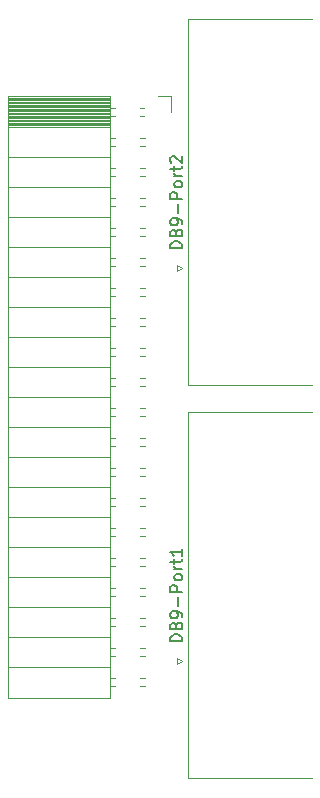
<source format=gbr>
G04 #@! TF.GenerationSoftware,KiCad,Pcbnew,(5.1.5)-3*
G04 #@! TF.CreationDate,2020-11-07T17:13:46+10:00*
G04 #@! TF.ProjectId,RaspberryPiGPIO-DualSegaController,52617370-6265-4727-9279-50694750494f,rev?*
G04 #@! TF.SameCoordinates,Original*
G04 #@! TF.FileFunction,Legend,Top*
G04 #@! TF.FilePolarity,Positive*
%FSLAX46Y46*%
G04 Gerber Fmt 4.6, Leading zero omitted, Abs format (unit mm)*
G04 Created by KiCad (PCBNEW (5.1.5)-3) date 2020-11-07 17:13:46*
%MOMM*%
%LPD*%
G04 APERTURE LIST*
%ADD10C,0.120000*%
%ADD11C,0.150000*%
G04 APERTURE END LIST*
D10*
X122274000Y-90209000D02*
X111794000Y-90209000D01*
X111794000Y-90209000D02*
X111794000Y-59239000D01*
X111794000Y-59239000D02*
X122274000Y-59239000D01*
X110899662Y-80514000D02*
X110899662Y-80014000D01*
X110899662Y-80014000D02*
X111332675Y-80264000D01*
X111332675Y-80264000D02*
X110899662Y-80514000D01*
X111332675Y-113538000D02*
X110899662Y-113788000D01*
X110899662Y-113288000D02*
X111332675Y-113538000D01*
X110899662Y-113788000D02*
X110899662Y-113288000D01*
X111794000Y-92513000D02*
X122274000Y-92513000D01*
X111794000Y-123483000D02*
X111794000Y-92513000D01*
X122274000Y-123483000D02*
X111794000Y-123483000D01*
X109220000Y-65726000D02*
X110330000Y-65726000D01*
X110330000Y-65726000D02*
X110330000Y-67056000D01*
X96590000Y-65726000D02*
X96590000Y-116646000D01*
X96590000Y-116646000D02*
X105220000Y-116646000D01*
X105220000Y-65726000D02*
X105220000Y-116646000D01*
X96590000Y-65726000D02*
X105220000Y-65726000D01*
X96590000Y-114046000D02*
X105220000Y-114046000D01*
X96590000Y-111506000D02*
X105220000Y-111506000D01*
X96590000Y-108966000D02*
X105220000Y-108966000D01*
X96590000Y-106426000D02*
X105220000Y-106426000D01*
X96590000Y-103886000D02*
X105220000Y-103886000D01*
X96590000Y-101346000D02*
X105220000Y-101346000D01*
X96590000Y-98806000D02*
X105220000Y-98806000D01*
X96590000Y-96266000D02*
X105220000Y-96266000D01*
X96590000Y-93726000D02*
X105220000Y-93726000D01*
X96590000Y-91186000D02*
X105220000Y-91186000D01*
X96590000Y-88646000D02*
X105220000Y-88646000D01*
X96590000Y-86106000D02*
X105220000Y-86106000D01*
X96590000Y-83566000D02*
X105220000Y-83566000D01*
X96590000Y-81026000D02*
X105220000Y-81026000D01*
X96590000Y-78486000D02*
X105220000Y-78486000D01*
X96590000Y-75946000D02*
X105220000Y-75946000D01*
X96590000Y-73406000D02*
X105220000Y-73406000D01*
X96590000Y-70866000D02*
X105220000Y-70866000D01*
X96590000Y-68326000D02*
X105220000Y-68326000D01*
X107730000Y-115676000D02*
X108170000Y-115676000D01*
X105220000Y-115676000D02*
X105630000Y-115676000D01*
X107730000Y-114956000D02*
X108170000Y-114956000D01*
X105220000Y-114956000D02*
X105630000Y-114956000D01*
X107730000Y-113136000D02*
X108170000Y-113136000D01*
X105220000Y-113136000D02*
X105630000Y-113136000D01*
X107730000Y-112416000D02*
X108170000Y-112416000D01*
X105220000Y-112416000D02*
X105630000Y-112416000D01*
X107730000Y-110596000D02*
X108170000Y-110596000D01*
X105220000Y-110596000D02*
X105630000Y-110596000D01*
X107730000Y-109876000D02*
X108170000Y-109876000D01*
X105220000Y-109876000D02*
X105630000Y-109876000D01*
X107730000Y-108056000D02*
X108170000Y-108056000D01*
X105220000Y-108056000D02*
X105630000Y-108056000D01*
X107730000Y-107336000D02*
X108170000Y-107336000D01*
X105220000Y-107336000D02*
X105630000Y-107336000D01*
X107730000Y-105516000D02*
X108170000Y-105516000D01*
X105220000Y-105516000D02*
X105630000Y-105516000D01*
X107730000Y-104796000D02*
X108170000Y-104796000D01*
X105220000Y-104796000D02*
X105630000Y-104796000D01*
X107730000Y-102976000D02*
X108170000Y-102976000D01*
X105220000Y-102976000D02*
X105630000Y-102976000D01*
X107730000Y-102256000D02*
X108170000Y-102256000D01*
X105220000Y-102256000D02*
X105630000Y-102256000D01*
X107730000Y-100436000D02*
X108170000Y-100436000D01*
X105220000Y-100436000D02*
X105630000Y-100436000D01*
X107730000Y-99716000D02*
X108170000Y-99716000D01*
X105220000Y-99716000D02*
X105630000Y-99716000D01*
X107730000Y-97896000D02*
X108170000Y-97896000D01*
X105220000Y-97896000D02*
X105630000Y-97896000D01*
X107730000Y-97176000D02*
X108170000Y-97176000D01*
X105220000Y-97176000D02*
X105630000Y-97176000D01*
X107730000Y-95356000D02*
X108170000Y-95356000D01*
X105220000Y-95356000D02*
X105630000Y-95356000D01*
X107730000Y-94636000D02*
X108170000Y-94636000D01*
X105220000Y-94636000D02*
X105630000Y-94636000D01*
X107730000Y-92816000D02*
X108170000Y-92816000D01*
X105220000Y-92816000D02*
X105630000Y-92816000D01*
X107730000Y-92096000D02*
X108170000Y-92096000D01*
X105220000Y-92096000D02*
X105630000Y-92096000D01*
X107730000Y-90276000D02*
X108170000Y-90276000D01*
X105220000Y-90276000D02*
X105630000Y-90276000D01*
X107730000Y-89556000D02*
X108170000Y-89556000D01*
X105220000Y-89556000D02*
X105630000Y-89556000D01*
X107730000Y-87736000D02*
X108170000Y-87736000D01*
X105220000Y-87736000D02*
X105630000Y-87736000D01*
X107730000Y-87016000D02*
X108170000Y-87016000D01*
X105220000Y-87016000D02*
X105630000Y-87016000D01*
X107730000Y-85196000D02*
X108170000Y-85196000D01*
X105220000Y-85196000D02*
X105630000Y-85196000D01*
X107730000Y-84476000D02*
X108170000Y-84476000D01*
X105220000Y-84476000D02*
X105630000Y-84476000D01*
X107730000Y-82656000D02*
X108170000Y-82656000D01*
X105220000Y-82656000D02*
X105630000Y-82656000D01*
X107730000Y-81936000D02*
X108170000Y-81936000D01*
X105220000Y-81936000D02*
X105630000Y-81936000D01*
X107730000Y-80116000D02*
X108170000Y-80116000D01*
X105220000Y-80116000D02*
X105630000Y-80116000D01*
X107730000Y-79396000D02*
X108170000Y-79396000D01*
X105220000Y-79396000D02*
X105630000Y-79396000D01*
X107730000Y-77576000D02*
X108170000Y-77576000D01*
X105220000Y-77576000D02*
X105630000Y-77576000D01*
X107730000Y-76856000D02*
X108170000Y-76856000D01*
X105220000Y-76856000D02*
X105630000Y-76856000D01*
X107730000Y-75036000D02*
X108170000Y-75036000D01*
X105220000Y-75036000D02*
X105630000Y-75036000D01*
X107730000Y-74316000D02*
X108170000Y-74316000D01*
X105220000Y-74316000D02*
X105630000Y-74316000D01*
X107730000Y-72496000D02*
X108170000Y-72496000D01*
X105220000Y-72496000D02*
X105630000Y-72496000D01*
X107730000Y-71776000D02*
X108170000Y-71776000D01*
X105220000Y-71776000D02*
X105630000Y-71776000D01*
X107730000Y-69956000D02*
X108170000Y-69956000D01*
X105220000Y-69956000D02*
X105630000Y-69956000D01*
X107730000Y-69236000D02*
X108170000Y-69236000D01*
X105220000Y-69236000D02*
X105630000Y-69236000D01*
X107730000Y-67416000D02*
X108110000Y-67416000D01*
X105220000Y-67416000D02*
X105630000Y-67416000D01*
X107730000Y-66696000D02*
X108110000Y-66696000D01*
X105220000Y-66696000D02*
X105630000Y-66696000D01*
X96590000Y-68207900D02*
X105220000Y-68207900D01*
X96590000Y-68089805D02*
X105220000Y-68089805D01*
X96590000Y-67971710D02*
X105220000Y-67971710D01*
X96590000Y-67853615D02*
X105220000Y-67853615D01*
X96590000Y-67735520D02*
X105220000Y-67735520D01*
X96590000Y-67617425D02*
X105220000Y-67617425D01*
X96590000Y-67499330D02*
X105220000Y-67499330D01*
X96590000Y-67381235D02*
X105220000Y-67381235D01*
X96590000Y-67263140D02*
X105220000Y-67263140D01*
X96590000Y-67145045D02*
X105220000Y-67145045D01*
X96590000Y-67026950D02*
X105220000Y-67026950D01*
X96590000Y-66908855D02*
X105220000Y-66908855D01*
X96590000Y-66790760D02*
X105220000Y-66790760D01*
X96590000Y-66672665D02*
X105220000Y-66672665D01*
X96590000Y-66554570D02*
X105220000Y-66554570D01*
X96590000Y-66436475D02*
X105220000Y-66436475D01*
X96590000Y-66318380D02*
X105220000Y-66318380D01*
X96590000Y-66200285D02*
X105220000Y-66200285D01*
X96590000Y-66082190D02*
X105220000Y-66082190D01*
X96590000Y-65964095D02*
X105220000Y-65964095D01*
X96590000Y-65846000D02*
X105220000Y-65846000D01*
D11*
X111306380Y-78604952D02*
X110306380Y-78604952D01*
X110306380Y-78366857D01*
X110354000Y-78224000D01*
X110449238Y-78128761D01*
X110544476Y-78081142D01*
X110734952Y-78033523D01*
X110877809Y-78033523D01*
X111068285Y-78081142D01*
X111163523Y-78128761D01*
X111258761Y-78224000D01*
X111306380Y-78366857D01*
X111306380Y-78604952D01*
X110782571Y-77271619D02*
X110830190Y-77128761D01*
X110877809Y-77081142D01*
X110973047Y-77033523D01*
X111115904Y-77033523D01*
X111211142Y-77081142D01*
X111258761Y-77128761D01*
X111306380Y-77224000D01*
X111306380Y-77604952D01*
X110306380Y-77604952D01*
X110306380Y-77271619D01*
X110354000Y-77176380D01*
X110401619Y-77128761D01*
X110496857Y-77081142D01*
X110592095Y-77081142D01*
X110687333Y-77128761D01*
X110734952Y-77176380D01*
X110782571Y-77271619D01*
X110782571Y-77604952D01*
X111306380Y-76557333D02*
X111306380Y-76366857D01*
X111258761Y-76271619D01*
X111211142Y-76224000D01*
X111068285Y-76128761D01*
X110877809Y-76081142D01*
X110496857Y-76081142D01*
X110401619Y-76128761D01*
X110354000Y-76176380D01*
X110306380Y-76271619D01*
X110306380Y-76462095D01*
X110354000Y-76557333D01*
X110401619Y-76604952D01*
X110496857Y-76652571D01*
X110734952Y-76652571D01*
X110830190Y-76604952D01*
X110877809Y-76557333D01*
X110925428Y-76462095D01*
X110925428Y-76271619D01*
X110877809Y-76176380D01*
X110830190Y-76128761D01*
X110734952Y-76081142D01*
X110925428Y-75652571D02*
X110925428Y-74890666D01*
X111306380Y-74414476D02*
X110306380Y-74414476D01*
X110306380Y-74033523D01*
X110354000Y-73938285D01*
X110401619Y-73890666D01*
X110496857Y-73843047D01*
X110639714Y-73843047D01*
X110734952Y-73890666D01*
X110782571Y-73938285D01*
X110830190Y-74033523D01*
X110830190Y-74414476D01*
X111306380Y-73271619D02*
X111258761Y-73366857D01*
X111211142Y-73414476D01*
X111115904Y-73462095D01*
X110830190Y-73462095D01*
X110734952Y-73414476D01*
X110687333Y-73366857D01*
X110639714Y-73271619D01*
X110639714Y-73128761D01*
X110687333Y-73033523D01*
X110734952Y-72985904D01*
X110830190Y-72938285D01*
X111115904Y-72938285D01*
X111211142Y-72985904D01*
X111258761Y-73033523D01*
X111306380Y-73128761D01*
X111306380Y-73271619D01*
X111306380Y-72509714D02*
X110639714Y-72509714D01*
X110830190Y-72509714D02*
X110734952Y-72462095D01*
X110687333Y-72414476D01*
X110639714Y-72319238D01*
X110639714Y-72224000D01*
X110639714Y-72033523D02*
X110639714Y-71652571D01*
X110306380Y-71890666D02*
X111163523Y-71890666D01*
X111258761Y-71843047D01*
X111306380Y-71747809D01*
X111306380Y-71652571D01*
X110401619Y-71366857D02*
X110354000Y-71319238D01*
X110306380Y-71224000D01*
X110306380Y-70985904D01*
X110354000Y-70890666D01*
X110401619Y-70843047D01*
X110496857Y-70795428D01*
X110592095Y-70795428D01*
X110734952Y-70843047D01*
X111306380Y-71414476D01*
X111306380Y-70795428D01*
X111306380Y-111878952D02*
X110306380Y-111878952D01*
X110306380Y-111640857D01*
X110354000Y-111498000D01*
X110449238Y-111402761D01*
X110544476Y-111355142D01*
X110734952Y-111307523D01*
X110877809Y-111307523D01*
X111068285Y-111355142D01*
X111163523Y-111402761D01*
X111258761Y-111498000D01*
X111306380Y-111640857D01*
X111306380Y-111878952D01*
X110782571Y-110545619D02*
X110830190Y-110402761D01*
X110877809Y-110355142D01*
X110973047Y-110307523D01*
X111115904Y-110307523D01*
X111211142Y-110355142D01*
X111258761Y-110402761D01*
X111306380Y-110498000D01*
X111306380Y-110878952D01*
X110306380Y-110878952D01*
X110306380Y-110545619D01*
X110354000Y-110450380D01*
X110401619Y-110402761D01*
X110496857Y-110355142D01*
X110592095Y-110355142D01*
X110687333Y-110402761D01*
X110734952Y-110450380D01*
X110782571Y-110545619D01*
X110782571Y-110878952D01*
X111306380Y-109831333D02*
X111306380Y-109640857D01*
X111258761Y-109545619D01*
X111211142Y-109498000D01*
X111068285Y-109402761D01*
X110877809Y-109355142D01*
X110496857Y-109355142D01*
X110401619Y-109402761D01*
X110354000Y-109450380D01*
X110306380Y-109545619D01*
X110306380Y-109736095D01*
X110354000Y-109831333D01*
X110401619Y-109878952D01*
X110496857Y-109926571D01*
X110734952Y-109926571D01*
X110830190Y-109878952D01*
X110877809Y-109831333D01*
X110925428Y-109736095D01*
X110925428Y-109545619D01*
X110877809Y-109450380D01*
X110830190Y-109402761D01*
X110734952Y-109355142D01*
X110925428Y-108926571D02*
X110925428Y-108164666D01*
X111306380Y-107688476D02*
X110306380Y-107688476D01*
X110306380Y-107307523D01*
X110354000Y-107212285D01*
X110401619Y-107164666D01*
X110496857Y-107117047D01*
X110639714Y-107117047D01*
X110734952Y-107164666D01*
X110782571Y-107212285D01*
X110830190Y-107307523D01*
X110830190Y-107688476D01*
X111306380Y-106545619D02*
X111258761Y-106640857D01*
X111211142Y-106688476D01*
X111115904Y-106736095D01*
X110830190Y-106736095D01*
X110734952Y-106688476D01*
X110687333Y-106640857D01*
X110639714Y-106545619D01*
X110639714Y-106402761D01*
X110687333Y-106307523D01*
X110734952Y-106259904D01*
X110830190Y-106212285D01*
X111115904Y-106212285D01*
X111211142Y-106259904D01*
X111258761Y-106307523D01*
X111306380Y-106402761D01*
X111306380Y-106545619D01*
X111306380Y-105783714D02*
X110639714Y-105783714D01*
X110830190Y-105783714D02*
X110734952Y-105736095D01*
X110687333Y-105688476D01*
X110639714Y-105593238D01*
X110639714Y-105498000D01*
X110639714Y-105307523D02*
X110639714Y-104926571D01*
X110306380Y-105164666D02*
X111163523Y-105164666D01*
X111258761Y-105117047D01*
X111306380Y-105021809D01*
X111306380Y-104926571D01*
X111306380Y-104069428D02*
X111306380Y-104640857D01*
X111306380Y-104355142D02*
X110306380Y-104355142D01*
X110449238Y-104450380D01*
X110544476Y-104545619D01*
X110592095Y-104640857D01*
M02*

</source>
